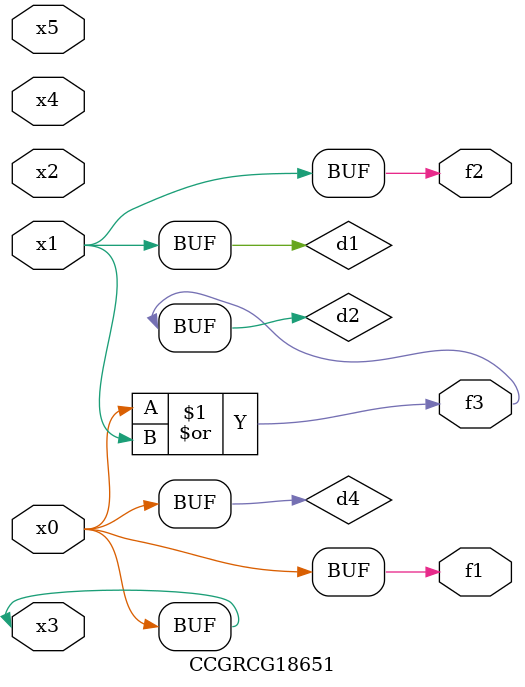
<source format=v>
module CCGRCG18651(
	input x0, x1, x2, x3, x4, x5,
	output f1, f2, f3
);

	wire d1, d2, d3, d4;

	and (d1, x1);
	or (d2, x0, x1);
	nand (d3, x0, x5);
	buf (d4, x0, x3);
	assign f1 = d4;
	assign f2 = d1;
	assign f3 = d2;
endmodule

</source>
